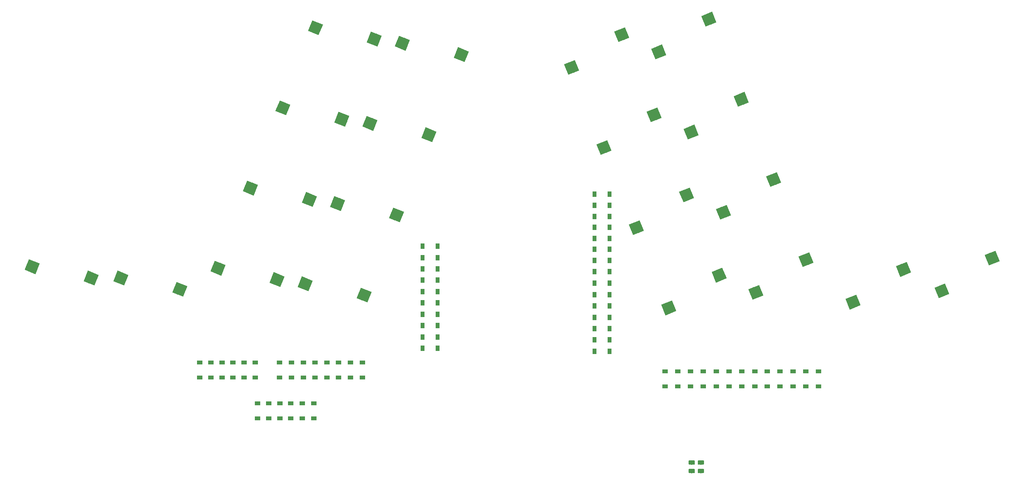
<source format=gbr>
G04 #@! TF.GenerationSoftware,KiCad,Pcbnew,(5.1.4)-1*
G04 #@! TF.CreationDate,2024-10-11T12:26:31-04:00*
G04 #@! TF.ProjectId,ThumbsUp,5468756d-6273-4557-902e-6b696361645f,rev?*
G04 #@! TF.SameCoordinates,Original*
G04 #@! TF.FileFunction,Paste,Bot*
G04 #@! TF.FilePolarity,Positive*
%FSLAX46Y46*%
G04 Gerber Fmt 4.6, Leading zero omitted, Abs format (unit mm)*
G04 Created by KiCad (PCBNEW (5.1.4)-1) date 2024-10-11 12:26:31*
%MOMM*%
%LPD*%
G04 APERTURE LIST*
%ADD10C,2.500000*%
%ADD11C,0.100000*%
%ADD12C,0.975000*%
%ADD13R,0.900000X1.200000*%
%ADD14R,1.200000X0.900000*%
G04 APERTURE END LIST*
D10*
X235830964Y-27949443D03*
D11*
G36*
X235117063Y-29586046D02*
G01*
X234180546Y-27268087D01*
X236544865Y-26312840D01*
X237481382Y-28630799D01*
X235117063Y-29586046D01*
X235117063Y-29586046D01*
G37*
D10*
X246865169Y-20751856D03*
D11*
G36*
X246151268Y-22388459D02*
G01*
X245214751Y-20070500D01*
X247579070Y-19115253D01*
X248515587Y-21433212D01*
X246151268Y-22388459D01*
X246151268Y-22388459D01*
G37*
D10*
X68473168Y-27612850D03*
D11*
G36*
X66822750Y-28294206D02*
G01*
X67759267Y-25976247D01*
X70123586Y-26931494D01*
X69187069Y-29249453D01*
X66822750Y-28294206D01*
X66822750Y-28294206D01*
G37*
D10*
X55535961Y-25125357D03*
D11*
G36*
X53885543Y-25806713D02*
G01*
X54822060Y-23488754D01*
X57186379Y-24444001D01*
X56249862Y-26761960D01*
X53885543Y-25806713D01*
X53885543Y-25806713D01*
G37*
D10*
X36046434Y-22643751D03*
D11*
G36*
X34396016Y-23325107D02*
G01*
X35332533Y-21007148D01*
X37696852Y-21962395D01*
X36760335Y-24280354D01*
X34396016Y-23325107D01*
X34396016Y-23325107D01*
G37*
D10*
X48983641Y-25131244D03*
D11*
G36*
X47333223Y-25812600D02*
G01*
X48269740Y-23494641D01*
X50634059Y-24449888D01*
X49697542Y-26767847D01*
X47333223Y-25812600D01*
X47333223Y-25812600D01*
G37*
D10*
X104070777Y9774449D03*
D11*
G36*
X102420359Y9093093D02*
G01*
X103356876Y11411052D01*
X105721195Y10455805D01*
X104784678Y8137846D01*
X102420359Y9093093D01*
X102420359Y9093093D01*
G37*
D10*
X91133570Y12261942D03*
D11*
G36*
X89483152Y11580586D02*
G01*
X90419669Y13898545D01*
X92783988Y12943298D01*
X91847471Y10625339D01*
X89483152Y11580586D01*
X89483152Y11580586D01*
G37*
D10*
X111188303Y27390943D03*
D11*
G36*
X109537885Y26709587D02*
G01*
X110474402Y29027546D01*
X112838721Y28072299D01*
X111902204Y25754340D01*
X109537885Y26709587D01*
X109537885Y26709587D01*
G37*
D10*
X98251096Y29878436D03*
D11*
G36*
X96600678Y29197080D02*
G01*
X97537195Y31515039D01*
X99901514Y30559792D01*
X98964997Y28241833D01*
X96600678Y29197080D01*
X96600678Y29197080D01*
G37*
D10*
X117366015Y26469646D03*
D11*
G36*
X115715597Y25788290D02*
G01*
X116652114Y28106249D01*
X119016433Y27151002D01*
X118079916Y24833043D01*
X115715597Y25788290D01*
X115715597Y25788290D01*
G37*
D10*
X130303222Y23982153D03*
D11*
G36*
X128652804Y23300797D02*
G01*
X129589321Y25618756D01*
X131953640Y24663509D01*
X131017123Y22345550D01*
X128652804Y23300797D01*
X128652804Y23300797D01*
G37*
D10*
X227375643Y-23233462D03*
D11*
G36*
X226661742Y-24870065D02*
G01*
X225725225Y-22552106D01*
X228089544Y-21596859D01*
X229026061Y-23914818D01*
X226661742Y-24870065D01*
X226661742Y-24870065D01*
G37*
D10*
X216341438Y-30431049D03*
D11*
G36*
X215627537Y-32067652D02*
G01*
X214691020Y-29749693D01*
X217055339Y-28794446D01*
X217991856Y-31112405D01*
X215627537Y-32067652D01*
X215627537Y-32067652D01*
G37*
D10*
X161628909Y3547461D03*
D11*
G36*
X160915008Y1910858D02*
G01*
X159978491Y4228817D01*
X162342810Y5184064D01*
X163279327Y2866105D01*
X160915008Y1910858D01*
X160915008Y1910858D01*
G37*
D10*
X172663114Y10745048D03*
D11*
G36*
X171949213Y9108445D02*
G01*
X171012696Y11426404D01*
X173377015Y12381651D01*
X174313532Y10063692D01*
X171949213Y9108445D01*
X171949213Y9108445D01*
G37*
D10*
X175863959Y-31685525D03*
D11*
G36*
X175150058Y-33322128D02*
G01*
X174213541Y-31004169D01*
X176577860Y-30048922D01*
X177514377Y-32366881D01*
X175150058Y-33322128D01*
X175150058Y-33322128D01*
G37*
D10*
X186898164Y-24487938D03*
D11*
G36*
X186184263Y-26124541D02*
G01*
X185247746Y-23806582D01*
X187612065Y-22851335D01*
X188548582Y-25169294D01*
X186184263Y-26124541D01*
X186184263Y-26124541D01*
G37*
D10*
X96953252Y-7842044D03*
D11*
G36*
X95302834Y-8523400D02*
G01*
X96239351Y-6205441D01*
X98603670Y-7160688D01*
X97667153Y-9478647D01*
X95302834Y-8523400D01*
X95302834Y-8523400D01*
G37*
D10*
X84016045Y-5354551D03*
D11*
G36*
X82365627Y-6035907D02*
G01*
X83302144Y-3717948D01*
X85666463Y-4673195D01*
X84729946Y-6991154D01*
X82365627Y-6035907D01*
X82365627Y-6035907D01*
G37*
D10*
X168746434Y-14069032D03*
D11*
G36*
X168032533Y-15705635D02*
G01*
X167096016Y-13387676D01*
X169460335Y-12432429D01*
X170396852Y-14750388D01*
X168032533Y-15705635D01*
X168032533Y-15705635D01*
G37*
D10*
X179780639Y-6871445D03*
D11*
G36*
X179066738Y-8508048D02*
G01*
X178130221Y-6190089D01*
X180494540Y-5234842D01*
X181431057Y-7552801D01*
X179066738Y-8508048D01*
X179066738Y-8508048D01*
G37*
D10*
X110248490Y8853152D03*
D11*
G36*
X108598072Y8171796D02*
G01*
X109534589Y10489755D01*
X111898908Y9534508D01*
X110962391Y7216549D01*
X108598072Y8171796D01*
X108598072Y8171796D01*
G37*
D10*
X123185697Y6365659D03*
D11*
G36*
X121535279Y5684303D02*
G01*
X122471796Y8002262D01*
X124836115Y7047015D01*
X123899598Y4729056D01*
X121535279Y5684303D01*
X121535279Y5684303D01*
G37*
D10*
X198895559Y-3462655D03*
D11*
G36*
X198181658Y-5099258D02*
G01*
X197245141Y-2781299D01*
X199609460Y-1826052D01*
X200545977Y-4144011D01*
X198181658Y-5099258D01*
X198181658Y-5099258D01*
G37*
D10*
X187861354Y-10660242D03*
D11*
G36*
X187147453Y-12296845D02*
G01*
X186210936Y-9978886D01*
X188575255Y-9023639D01*
X189511772Y-11341598D01*
X187147453Y-12296845D01*
X187147453Y-12296845D01*
G37*
D10*
X103130965Y-8763341D03*
D11*
G36*
X101480547Y-9444697D02*
G01*
X102417064Y-7126738D01*
X104781383Y-8081985D01*
X103844866Y-10399944D01*
X101480547Y-9444697D01*
X101480547Y-9444697D01*
G37*
D10*
X116068172Y-11250834D03*
D11*
G36*
X114417754Y-11932190D02*
G01*
X115354271Y-9614231D01*
X117718590Y-10569478D01*
X116782073Y-12887437D01*
X114417754Y-11932190D01*
X114417754Y-11932190D01*
G37*
D10*
X89835727Y-25458537D03*
D11*
G36*
X88185309Y-26139893D02*
G01*
X89121826Y-23821934D01*
X91486145Y-24777181D01*
X90549628Y-27095140D01*
X88185309Y-26139893D01*
X88185309Y-26139893D01*
G37*
D10*
X76898520Y-22971044D03*
D11*
G36*
X75248102Y-23652400D02*
G01*
X76184619Y-21334441D01*
X78548938Y-22289688D01*
X77612421Y-24607647D01*
X75248102Y-23652400D01*
X75248102Y-23652400D01*
G37*
D10*
X96013439Y-26379834D03*
D11*
G36*
X94363021Y-27061190D02*
G01*
X95299538Y-24743231D01*
X97663857Y-25698478D01*
X96727340Y-28016437D01*
X94363021Y-27061190D01*
X94363021Y-27061190D01*
G37*
D10*
X108950646Y-28867327D03*
D11*
G36*
X107300228Y-29548683D02*
G01*
X108236745Y-27230724D01*
X110601064Y-28185971D01*
X109664547Y-30503930D01*
X107300228Y-29548683D01*
X107300228Y-29548683D01*
G37*
D10*
X191778033Y14153838D03*
D11*
G36*
X191064132Y12517235D02*
G01*
X190127615Y14835194D01*
X192491934Y15790441D01*
X193428451Y13472482D01*
X191064132Y12517235D01*
X191064132Y12517235D01*
G37*
D10*
X180743828Y6956251D03*
D11*
G36*
X180029927Y5319648D02*
G01*
X179093410Y7637607D01*
X181457729Y8592854D01*
X182394246Y6274895D01*
X180029927Y5319648D01*
X180029927Y5319648D01*
G37*
D10*
X206013084Y-21079148D03*
D11*
G36*
X205299183Y-22715751D02*
G01*
X204362666Y-20397792D01*
X206726985Y-19442545D01*
X207663502Y-21760504D01*
X205299183Y-22715751D01*
X205299183Y-22715751D01*
G37*
D10*
X194978879Y-28276735D03*
D11*
G36*
X194264978Y-29913338D02*
G01*
X193328461Y-27595379D01*
X195692780Y-26640132D01*
X196629297Y-28958091D01*
X194264978Y-29913338D01*
X194264978Y-29913338D01*
G37*
D10*
X184660508Y31770331D03*
D11*
G36*
X183946607Y30133728D02*
G01*
X183010090Y32451687D01*
X185374409Y33406934D01*
X186310926Y31088975D01*
X183946607Y30133728D01*
X183946607Y30133728D01*
G37*
D10*
X173626303Y24572744D03*
D11*
G36*
X172912402Y22936141D02*
G01*
X171975885Y25254100D01*
X174340204Y26209347D01*
X175276721Y23891388D01*
X172912402Y22936141D01*
X172912402Y22936141D01*
G37*
D10*
X154511384Y21163955D03*
D11*
G36*
X153797483Y19527352D02*
G01*
X152860966Y21845311D01*
X155225285Y22800558D01*
X156161802Y20482599D01*
X153797483Y19527352D01*
X153797483Y19527352D01*
G37*
D10*
X165545589Y28361542D03*
D11*
G36*
X164831688Y26724939D02*
G01*
X163895171Y29042898D01*
X166259490Y29998145D01*
X167196007Y27680186D01*
X164831688Y26724939D01*
X164831688Y26724939D01*
G37*
G36*
X183380142Y-67051174D02*
G01*
X183403803Y-67054684D01*
X183427007Y-67060496D01*
X183449529Y-67068554D01*
X183471153Y-67078782D01*
X183491670Y-67091079D01*
X183510883Y-67105329D01*
X183528607Y-67121393D01*
X183544671Y-67139117D01*
X183558921Y-67158330D01*
X183571218Y-67178847D01*
X183581446Y-67200471D01*
X183589504Y-67222993D01*
X183595316Y-67246197D01*
X183598826Y-67269858D01*
X183600000Y-67293750D01*
X183600000Y-67781250D01*
X183598826Y-67805142D01*
X183595316Y-67828803D01*
X183589504Y-67852007D01*
X183581446Y-67874529D01*
X183571218Y-67896153D01*
X183558921Y-67916670D01*
X183544671Y-67935883D01*
X183528607Y-67953607D01*
X183510883Y-67969671D01*
X183491670Y-67983921D01*
X183471153Y-67996218D01*
X183449529Y-68006446D01*
X183427007Y-68014504D01*
X183403803Y-68020316D01*
X183380142Y-68023826D01*
X183356250Y-68025000D01*
X182443750Y-68025000D01*
X182419858Y-68023826D01*
X182396197Y-68020316D01*
X182372993Y-68014504D01*
X182350471Y-68006446D01*
X182328847Y-67996218D01*
X182308330Y-67983921D01*
X182289117Y-67969671D01*
X182271393Y-67953607D01*
X182255329Y-67935883D01*
X182241079Y-67916670D01*
X182228782Y-67896153D01*
X182218554Y-67874529D01*
X182210496Y-67852007D01*
X182204684Y-67828803D01*
X182201174Y-67805142D01*
X182200000Y-67781250D01*
X182200000Y-67293750D01*
X182201174Y-67269858D01*
X182204684Y-67246197D01*
X182210496Y-67222993D01*
X182218554Y-67200471D01*
X182228782Y-67178847D01*
X182241079Y-67158330D01*
X182255329Y-67139117D01*
X182271393Y-67121393D01*
X182289117Y-67105329D01*
X182308330Y-67091079D01*
X182328847Y-67078782D01*
X182350471Y-67068554D01*
X182372993Y-67060496D01*
X182396197Y-67054684D01*
X182419858Y-67051174D01*
X182443750Y-67050000D01*
X183356250Y-67050000D01*
X183380142Y-67051174D01*
X183380142Y-67051174D01*
G37*
D12*
X182900000Y-67537500D03*
D11*
G36*
X183380142Y-65176174D02*
G01*
X183403803Y-65179684D01*
X183427007Y-65185496D01*
X183449529Y-65193554D01*
X183471153Y-65203782D01*
X183491670Y-65216079D01*
X183510883Y-65230329D01*
X183528607Y-65246393D01*
X183544671Y-65264117D01*
X183558921Y-65283330D01*
X183571218Y-65303847D01*
X183581446Y-65325471D01*
X183589504Y-65347993D01*
X183595316Y-65371197D01*
X183598826Y-65394858D01*
X183600000Y-65418750D01*
X183600000Y-65906250D01*
X183598826Y-65930142D01*
X183595316Y-65953803D01*
X183589504Y-65977007D01*
X183581446Y-65999529D01*
X183571218Y-66021153D01*
X183558921Y-66041670D01*
X183544671Y-66060883D01*
X183528607Y-66078607D01*
X183510883Y-66094671D01*
X183491670Y-66108921D01*
X183471153Y-66121218D01*
X183449529Y-66131446D01*
X183427007Y-66139504D01*
X183403803Y-66145316D01*
X183380142Y-66148826D01*
X183356250Y-66150000D01*
X182443750Y-66150000D01*
X182419858Y-66148826D01*
X182396197Y-66145316D01*
X182372993Y-66139504D01*
X182350471Y-66131446D01*
X182328847Y-66121218D01*
X182308330Y-66108921D01*
X182289117Y-66094671D01*
X182271393Y-66078607D01*
X182255329Y-66060883D01*
X182241079Y-66041670D01*
X182228782Y-66021153D01*
X182218554Y-65999529D01*
X182210496Y-65977007D01*
X182204684Y-65953803D01*
X182201174Y-65930142D01*
X182200000Y-65906250D01*
X182200000Y-65418750D01*
X182201174Y-65394858D01*
X182204684Y-65371197D01*
X182210496Y-65347993D01*
X182218554Y-65325471D01*
X182228782Y-65303847D01*
X182241079Y-65283330D01*
X182255329Y-65264117D01*
X182271393Y-65246393D01*
X182289117Y-65230329D01*
X182308330Y-65216079D01*
X182328847Y-65203782D01*
X182350471Y-65193554D01*
X182372993Y-65185496D01*
X182396197Y-65179684D01*
X182419858Y-65176174D01*
X182443750Y-65175000D01*
X183356250Y-65175000D01*
X183380142Y-65176174D01*
X183380142Y-65176174D01*
G37*
D12*
X182900000Y-65662500D03*
D11*
G36*
X181380142Y-65176174D02*
G01*
X181403803Y-65179684D01*
X181427007Y-65185496D01*
X181449529Y-65193554D01*
X181471153Y-65203782D01*
X181491670Y-65216079D01*
X181510883Y-65230329D01*
X181528607Y-65246393D01*
X181544671Y-65264117D01*
X181558921Y-65283330D01*
X181571218Y-65303847D01*
X181581446Y-65325471D01*
X181589504Y-65347993D01*
X181595316Y-65371197D01*
X181598826Y-65394858D01*
X181600000Y-65418750D01*
X181600000Y-65906250D01*
X181598826Y-65930142D01*
X181595316Y-65953803D01*
X181589504Y-65977007D01*
X181581446Y-65999529D01*
X181571218Y-66021153D01*
X181558921Y-66041670D01*
X181544671Y-66060883D01*
X181528607Y-66078607D01*
X181510883Y-66094671D01*
X181491670Y-66108921D01*
X181471153Y-66121218D01*
X181449529Y-66131446D01*
X181427007Y-66139504D01*
X181403803Y-66145316D01*
X181380142Y-66148826D01*
X181356250Y-66150000D01*
X180443750Y-66150000D01*
X180419858Y-66148826D01*
X180396197Y-66145316D01*
X180372993Y-66139504D01*
X180350471Y-66131446D01*
X180328847Y-66121218D01*
X180308330Y-66108921D01*
X180289117Y-66094671D01*
X180271393Y-66078607D01*
X180255329Y-66060883D01*
X180241079Y-66041670D01*
X180228782Y-66021153D01*
X180218554Y-65999529D01*
X180210496Y-65977007D01*
X180204684Y-65953803D01*
X180201174Y-65930142D01*
X180200000Y-65906250D01*
X180200000Y-65418750D01*
X180201174Y-65394858D01*
X180204684Y-65371197D01*
X180210496Y-65347993D01*
X180218554Y-65325471D01*
X180228782Y-65303847D01*
X180241079Y-65283330D01*
X180255329Y-65264117D01*
X180271393Y-65246393D01*
X180289117Y-65230329D01*
X180308330Y-65216079D01*
X180328847Y-65203782D01*
X180350471Y-65193554D01*
X180372993Y-65185496D01*
X180396197Y-65179684D01*
X180419858Y-65176174D01*
X180443750Y-65175000D01*
X181356250Y-65175000D01*
X181380142Y-65176174D01*
X181380142Y-65176174D01*
G37*
D12*
X180900000Y-65662500D03*
D11*
G36*
X181380142Y-67051174D02*
G01*
X181403803Y-67054684D01*
X181427007Y-67060496D01*
X181449529Y-67068554D01*
X181471153Y-67078782D01*
X181491670Y-67091079D01*
X181510883Y-67105329D01*
X181528607Y-67121393D01*
X181544671Y-67139117D01*
X181558921Y-67158330D01*
X181571218Y-67178847D01*
X181581446Y-67200471D01*
X181589504Y-67222993D01*
X181595316Y-67246197D01*
X181598826Y-67269858D01*
X181600000Y-67293750D01*
X181600000Y-67781250D01*
X181598826Y-67805142D01*
X181595316Y-67828803D01*
X181589504Y-67852007D01*
X181581446Y-67874529D01*
X181571218Y-67896153D01*
X181558921Y-67916670D01*
X181544671Y-67935883D01*
X181528607Y-67953607D01*
X181510883Y-67969671D01*
X181491670Y-67983921D01*
X181471153Y-67996218D01*
X181449529Y-68006446D01*
X181427007Y-68014504D01*
X181403803Y-68020316D01*
X181380142Y-68023826D01*
X181356250Y-68025000D01*
X180443750Y-68025000D01*
X180419858Y-68023826D01*
X180396197Y-68020316D01*
X180372993Y-68014504D01*
X180350471Y-68006446D01*
X180328847Y-67996218D01*
X180308330Y-67983921D01*
X180289117Y-67969671D01*
X180271393Y-67953607D01*
X180255329Y-67935883D01*
X180241079Y-67916670D01*
X180228782Y-67896153D01*
X180218554Y-67874529D01*
X180210496Y-67852007D01*
X180204684Y-67828803D01*
X180201174Y-67805142D01*
X180200000Y-67781250D01*
X180200000Y-67293750D01*
X180201174Y-67269858D01*
X180204684Y-67246197D01*
X180210496Y-67222993D01*
X180218554Y-67200471D01*
X180228782Y-67178847D01*
X180241079Y-67158330D01*
X180255329Y-67139117D01*
X180271393Y-67121393D01*
X180289117Y-67105329D01*
X180308330Y-67091079D01*
X180328847Y-67078782D01*
X180350471Y-67068554D01*
X180372993Y-67060496D01*
X180396197Y-67054684D01*
X180419858Y-67051174D01*
X180443750Y-67050000D01*
X181356250Y-67050000D01*
X181380142Y-67051174D01*
X181380142Y-67051174D01*
G37*
D12*
X180900000Y-67537500D03*
D13*
X162850000Y-11600000D03*
X159550000Y-11600000D03*
X162850000Y-14000000D03*
X159550000Y-14000000D03*
X162850000Y-16400000D03*
X159550000Y-16400000D03*
X162850000Y-18800000D03*
X159550000Y-18800000D03*
X162850000Y-21250000D03*
X159550000Y-21250000D03*
D14*
X97900000Y-52650000D03*
X97900000Y-55950000D03*
D13*
X162850000Y-6700000D03*
X159550000Y-6700000D03*
D14*
X95400000Y-55950000D03*
X95400000Y-52650000D03*
D13*
X121750000Y-20650000D03*
X125050000Y-20650000D03*
X121750000Y-35600000D03*
X125050000Y-35600000D03*
X121750000Y-23098888D03*
X125050000Y-23098888D03*
X121750000Y-25597776D03*
X125050000Y-25597776D03*
X121750000Y-28096664D03*
X125050000Y-28096664D03*
X121750000Y-30595552D03*
X125050000Y-30595552D03*
D14*
X203111530Y-45650000D03*
X203111530Y-48950000D03*
X200292300Y-45650000D03*
X200292300Y-48950000D03*
X186276920Y-48950000D03*
X186276920Y-45650000D03*
X189096150Y-48950000D03*
X189096150Y-45650000D03*
X191915380Y-48950000D03*
X191915380Y-45650000D03*
X194734610Y-48950000D03*
X194734610Y-45650000D03*
X175000000Y-48950000D03*
X175000000Y-45650000D03*
X177819230Y-48950000D03*
X177819230Y-45650000D03*
X180638460Y-48950000D03*
X180638460Y-45650000D03*
X183457690Y-48950000D03*
X183457690Y-45650000D03*
D13*
X162850000Y-23700000D03*
X159550000Y-23700000D03*
X162850000Y-26250000D03*
X159550000Y-26250000D03*
X162850000Y-28750000D03*
X159550000Y-28750000D03*
X162850000Y-31250000D03*
X159550000Y-31250000D03*
D14*
X208750000Y-45650000D03*
X208750000Y-48950000D03*
X205930760Y-45650000D03*
X205930760Y-48950000D03*
X197473070Y-45650000D03*
X197473070Y-48950000D03*
D13*
X162850000Y-38712500D03*
X159550000Y-38712500D03*
X162850000Y-36250000D03*
X159550000Y-36250000D03*
X162850000Y-41200000D03*
X159550000Y-41200000D03*
X162850000Y-33750000D03*
X159550000Y-33750000D03*
X162850000Y-9150000D03*
X159550000Y-9150000D03*
D14*
X85054545Y-43700000D03*
X85054545Y-47000000D03*
D13*
X121750000Y-33100000D03*
X125050000Y-33100000D03*
X121750000Y-18150000D03*
X125050000Y-18150000D03*
D14*
X75272729Y-43700000D03*
X75272729Y-47000000D03*
X72827275Y-43700000D03*
X72827275Y-47000000D03*
X82609091Y-43700000D03*
X82609091Y-47000000D03*
D13*
X121750000Y-40590000D03*
X125050000Y-40590000D03*
X121750000Y-38100000D03*
X125050000Y-38100000D03*
D14*
X77718183Y-43700000D03*
X77718183Y-47000000D03*
X80163637Y-43700000D03*
X80163637Y-47000000D03*
X85527270Y-52650000D03*
X85527270Y-55950000D03*
X87972733Y-52650000D03*
X87972733Y-55950000D03*
X90418187Y-52650000D03*
X90418187Y-55950000D03*
X92863641Y-52650000D03*
X92863641Y-55950000D03*
X98200000Y-43700000D03*
X98200000Y-47000000D03*
X95600000Y-43700000D03*
X95600000Y-47000000D03*
X93000000Y-43700000D03*
X93000000Y-47000000D03*
X90400000Y-43700000D03*
X90400000Y-47000000D03*
X108550000Y-43700000D03*
X108550000Y-47000000D03*
X105950000Y-43700000D03*
X105950000Y-47000000D03*
X103350000Y-43700000D03*
X103350000Y-47000000D03*
X100750000Y-43700000D03*
X100750000Y-47000000D03*
M02*

</source>
